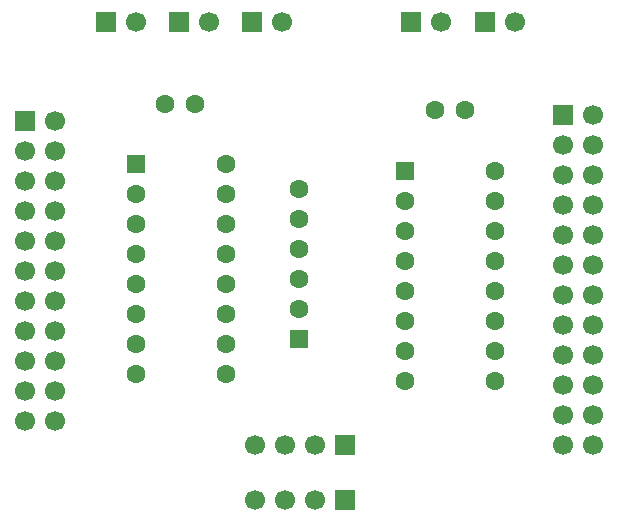
<source format=gts>
G04 #@! TF.GenerationSoftware,KiCad,Pcbnew,9.0.2*
G04 #@! TF.CreationDate,2025-07-03T21:31:51+02:00*
G04 #@! TF.ProjectId,clock divider,636c6f63-6b20-4646-9976-696465722e6b,rev?*
G04 #@! TF.SameCoordinates,Original*
G04 #@! TF.FileFunction,Soldermask,Top*
G04 #@! TF.FilePolarity,Negative*
%FSLAX46Y46*%
G04 Gerber Fmt 4.6, Leading zero omitted, Abs format (unit mm)*
G04 Created by KiCad (PCBNEW 9.0.2) date 2025-07-03 21:31:51*
%MOMM*%
%LPD*%
G01*
G04 APERTURE LIST*
G04 Aperture macros list*
%AMRoundRect*
0 Rectangle with rounded corners*
0 $1 Rounding radius*
0 $2 $3 $4 $5 $6 $7 $8 $9 X,Y pos of 4 corners*
0 Add a 4 corners polygon primitive as box body*
4,1,4,$2,$3,$4,$5,$6,$7,$8,$9,$2,$3,0*
0 Add four circle primitives for the rounded corners*
1,1,$1+$1,$2,$3*
1,1,$1+$1,$4,$5*
1,1,$1+$1,$6,$7*
1,1,$1+$1,$8,$9*
0 Add four rect primitives between the rounded corners*
20,1,$1+$1,$2,$3,$4,$5,0*
20,1,$1+$1,$4,$5,$6,$7,0*
20,1,$1+$1,$6,$7,$8,$9,0*
20,1,$1+$1,$8,$9,$2,$3,0*%
G04 Aperture macros list end*
%ADD10R,1.600000X1.600000*%
%ADD11C,1.600000*%
%ADD12R,1.700000X1.700000*%
%ADD13C,1.700000*%
%ADD14RoundRect,0.250000X-0.550000X-0.550000X0.550000X-0.550000X0.550000X0.550000X-0.550000X0.550000X0*%
G04 APERTURE END LIST*
D10*
G04 #@! TO.C,RN1*
X191200000Y-93960000D03*
D11*
X191200000Y-91420000D03*
X191200000Y-88880000D03*
X191200000Y-86340000D03*
X191200000Y-83800000D03*
X191200000Y-81260000D03*
G04 #@! TD*
G04 #@! TO.C,C1*
X205250000Y-74600000D03*
X202750000Y-74600000D03*
G04 #@! TD*
G04 #@! TO.C,C2*
X182400000Y-74140000D03*
X179900000Y-74140000D03*
G04 #@! TD*
D12*
G04 #@! TO.C,J4*
X174860000Y-67200000D03*
D13*
X177400000Y-67200000D03*
G04 #@! TD*
D12*
G04 #@! TO.C,J8*
X195140000Y-103000000D03*
D13*
X192600000Y-103000000D03*
X190060000Y-103000000D03*
X187520000Y-103000000D03*
G04 #@! TD*
D12*
G04 #@! TO.C,J1*
X200675000Y-67200000D03*
D13*
X203215000Y-67200000D03*
G04 #@! TD*
D14*
G04 #@! TO.C,U1*
X200200000Y-79800000D03*
D11*
X200200000Y-82340000D03*
X200200000Y-84880000D03*
X200200000Y-87420000D03*
X200200000Y-89960000D03*
X200200000Y-92500000D03*
X200200000Y-95040000D03*
X200200000Y-97580000D03*
X207820000Y-97580000D03*
X207820000Y-95040000D03*
X207820000Y-92500000D03*
X207820000Y-89960000D03*
X207820000Y-87420000D03*
X207820000Y-84880000D03*
X207820000Y-82340000D03*
X207820000Y-79800000D03*
G04 #@! TD*
D12*
G04 #@! TO.C,J7*
X168000000Y-75580000D03*
D13*
X170540000Y-75580000D03*
X168000000Y-78120000D03*
X170540000Y-78120000D03*
X168000000Y-80660000D03*
X170540000Y-80660000D03*
X168000000Y-83200000D03*
X170540000Y-83200000D03*
X168000000Y-85740000D03*
X170540000Y-85740000D03*
X168000000Y-88280000D03*
X170540000Y-88280000D03*
X168000000Y-90820000D03*
X170540000Y-90820000D03*
X168000000Y-93360000D03*
X170540000Y-93360000D03*
X168000000Y-95900000D03*
X170540000Y-95900000D03*
X168000000Y-98440000D03*
X170540000Y-98440000D03*
X168000000Y-100980000D03*
X170540000Y-100980000D03*
G04 #@! TD*
D12*
G04 #@! TO.C,J9*
X195140000Y-107590000D03*
D13*
X192600000Y-107590000D03*
X190060000Y-107590000D03*
X187520000Y-107590000D03*
G04 #@! TD*
D12*
G04 #@! TO.C,J3*
X207000000Y-67200000D03*
D13*
X209540000Y-67200000D03*
G04 #@! TD*
D12*
G04 #@! TO.C,J6*
X187260000Y-67200000D03*
D13*
X189800000Y-67200000D03*
G04 #@! TD*
D12*
G04 #@! TO.C,J2*
X213600000Y-75040000D03*
D13*
X216140000Y-75040000D03*
X213600000Y-77580000D03*
X216140000Y-77580000D03*
X213600000Y-80120000D03*
X216140000Y-80120000D03*
X213600000Y-82660000D03*
X216140000Y-82660000D03*
X213600000Y-85200000D03*
X216140000Y-85200000D03*
X213600000Y-87740000D03*
X216140000Y-87740000D03*
X213600000Y-90280000D03*
X216140000Y-90280000D03*
X213600000Y-92820000D03*
X216140000Y-92820000D03*
X213600000Y-95360000D03*
X216140000Y-95360000D03*
X213600000Y-97900000D03*
X216140000Y-97900000D03*
X213600000Y-100440000D03*
X216140000Y-100440000D03*
X213600000Y-102980000D03*
X216140000Y-102980000D03*
G04 #@! TD*
D14*
G04 #@! TO.C,U2*
X177400000Y-79200000D03*
D11*
X177400000Y-81740000D03*
X177400000Y-84280000D03*
X177400000Y-86820000D03*
X177400000Y-89360000D03*
X177400000Y-91900000D03*
X177400000Y-94440000D03*
X177400000Y-96980000D03*
X185020000Y-96980000D03*
X185020000Y-94440000D03*
X185020000Y-91900000D03*
X185020000Y-89360000D03*
X185020000Y-86820000D03*
X185020000Y-84280000D03*
X185020000Y-81740000D03*
X185020000Y-79200000D03*
G04 #@! TD*
D12*
G04 #@! TO.C,J5*
X181060000Y-67200000D03*
D13*
X183600000Y-67200000D03*
G04 #@! TD*
M02*

</source>
